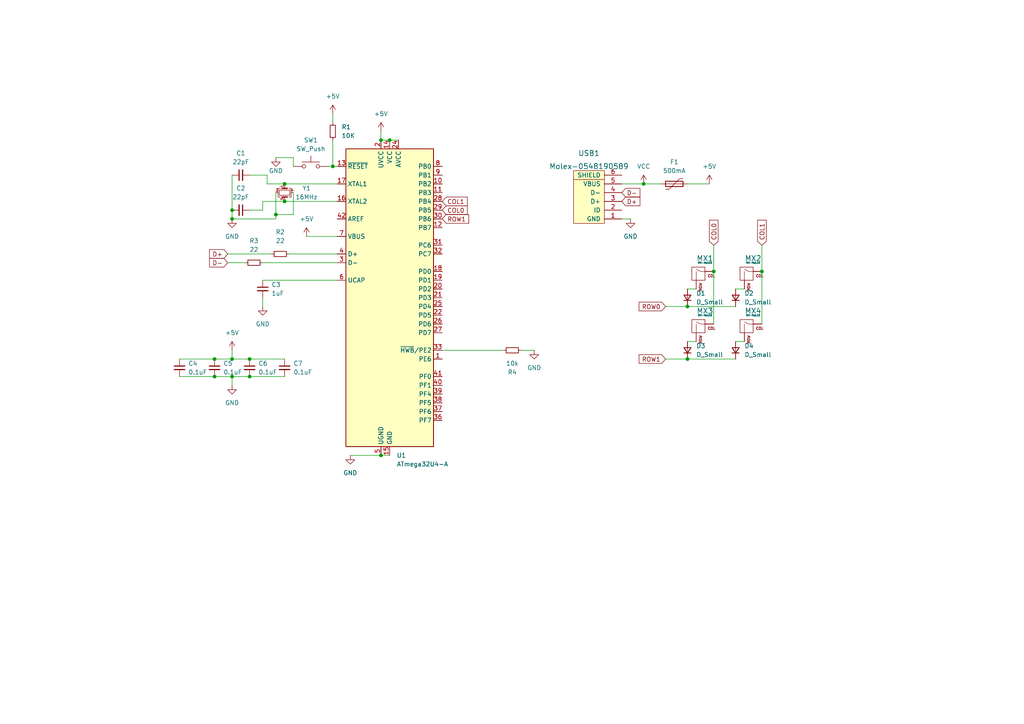
<source format=kicad_sch>
(kicad_sch (version 20211123) (generator eeschema)
  (paper "A4")
  (lib_symbols
    (symbol "Device:C_Small" (pin_numbers hide) (pin_names (offset 0.254) hide)
      (property "Reference" "C" (at 0.254 1.778 0))
      (property "Value" "C_Small" (at 0.254 -2.032 0))
      (symbol "C_Small_0_1"
        (polyline (pts (xy -1.524 -0.508) (xy 1.524 -0.508)) (stroke (width 0.3302)))
        (polyline (pts (xy -1.524 0.508) (xy 1.524 0.508)) (stroke (width 0.3048)))
      )
      (symbol "C_Small_1_1"
        (pin passive line (at 0 2.54 270) (length 2.032) (name "~") (number "1"))
        (pin passive line (at 0 -2.54 90) (length 2.032) (name "~") (number "2"))
      )
    )
    (symbol "Device:Crystal_GND24_Small" (pin_names (offset 1.016) hide)
      (property "Reference" "Y" (at 1.27 4.445 0))
      (property "Value" "Crystal_GND24_Small" (at 1.27 2.54 0))
      (symbol "Crystal_GND24_Small_0_1"
        (rectangle (start -0.762 -1.524) (end 0.762 1.524))
        (polyline (pts (xy -1.27 -0.762) (xy -1.27 0.762)) (stroke (width 0.381)))
        (polyline (pts (xy 1.27 -0.762) (xy 1.27 0.762)) (stroke (width 0.381)))
        (polyline (pts (xy -1.27 -1.27) (xy -1.27 -1.905) (xy 1.27 -1.905) (xy 1.27 -1.27)))
        (polyline (pts (xy -1.27 1.27) (xy -1.27 1.905) (xy 1.27 1.905) (xy 1.27 1.27)))
      )
      (symbol "Crystal_GND24_Small_1_1"
        (pin passive line (at -2.54 0 0) (length 1.27) (name "1") (number "1"))
        (pin passive line (at 0 -2.54 90) (length 0.635) (name "2") (number "2"))
        (pin passive line (at 2.54 0 180) (length 1.27) (name "3") (number "3"))
        (pin passive line (at 0 2.54 270) (length 0.635) (name "4") (number "4"))
      )
    )
    (symbol "Device:D_Small" (pin_numbers hide) (pin_names (offset 0.254) hide)
      (property "Reference" "D" (at -1.27 2.032 0))
      (property "Value" "D_Small" (at -3.81 -2.032 0))
      (symbol "D_Small_0_1"
        (polyline (pts (xy -0.762 -1.016) (xy -0.762 1.016)) (stroke (width 0.254)))
        (polyline (pts (xy -0.762 0) (xy 0.762 0)))
        (polyline (pts (xy 0.762 -1.016) (xy -0.762 0) (xy 0.762 1.016) (xy 0.762 -1.016)) (stroke (width 0.254)))
      )
      (symbol "D_Small_1_1"
        (pin passive line (at -2.54 0 0) (length 1.778) (name "K") (number "1"))
        (pin passive line (at 2.54 0 180) (length 1.778) (name "A") (number "2"))
      )
    )
    (symbol "Device:Polyfuse" (pin_numbers hide) (pin_names (offset 0))
      (property "Reference" "F" (at -2.54 0 90))
      (property "Value" "Polyfuse" (at 2.54 0 90))
      (symbol "Polyfuse_0_1"
        (rectangle (start -0.762 2.54) (end 0.762 -2.54) (stroke (width 0.254)))
        (polyline (pts (xy 0 2.54) (xy 0 -2.54)))
        (polyline (pts (xy -1.524 2.54) (xy -1.524 1.524) (xy 1.524 -1.524) (xy 1.524 -2.54)))
      )
      (symbol "Polyfuse_1_1"
        (pin passive line (at 0 3.81 270) (length 1.27) (name "~") (number "1"))
        (pin passive line (at 0 -3.81 90) (length 1.27) (name "~") (number "2"))
      )
    )
    (symbol "Device:R_Small" (pin_numbers hide) (pin_names (offset 0.254) hide)
      (property "Reference" "R" (at 0.762 0.508 0))
      (property "Value" "R_Small" (at 0.762 -1.016 0))
      (symbol "R_Small_0_1"
        (rectangle (start -0.762 1.778) (end 0.762 -1.778) (stroke (width 0.2032)))
      )
      (symbol "R_Small_1_1"
        (pin passive line (at 0 2.54 270) (length 0.762) (name "~") (number "1"))
        (pin passive line (at 0 -2.54 90) (length 0.762) (name "~") (number "2"))
      )
    )
    (symbol "MCU_Microchip_ATmega:ATmega32U4-A"
      (property "Reference" "U" (at -12.7 44.45 0))
      (property "Value" "ATmega32U4-A" (at 2.54 -44.45 0))
      (symbol "ATmega32U4-A_0_1"
        (rectangle (start -12.7 -43.18) (end 12.7 43.18) (stroke (width 0.254)) (fill (type background)))
      )
      (symbol "ATmega32U4-A_1_1"
        (pin bidirectional line (at 15.24 -17.78 180) (length 2.54) (name "PE6") (number "1"))
        (pin bidirectional line (at 15.24 33.02 180) (length 2.54) (name "PB2") (number "10"))
        (pin bidirectional line (at 15.24 30.48 180) (length 2.54) (name "PB3") (number "11"))
        (pin bidirectional line (at 15.24 20.32 180) (length 2.54) (name "PB7") (number "12"))
        (pin input line (at -15.24 38.1 0) (length 2.54) (name "~{RESET}") (number "13"))
        (pin power_in line (at 0 45.72 270) (length 2.54) (name "VCC") (number "14"))
        (pin power_in line (at 0 -45.72 90) (length 2.54) (name "GND") (number "15"))
        (pin output line (at -15.24 27.94 0) (length 2.54) (name "XTAL2") (number "16"))
        (pin input line (at -15.24 33.02 0) (length 2.54) (name "XTAL1") (number "17"))
        (pin bidirectional line (at 15.24 7.62 180) (length 2.54) (name "PD0") (number "18"))
        (pin bidirectional line (at 15.24 5.08 180) (length 2.54) (name "PD1") (number "19"))
        (pin power_in line (at -2.54 45.72 270) (length 2.54) (name "UVCC") (number "2"))
        (pin bidirectional line (at 15.24 2.54 180) (length 2.54) (name "PD2") (number "20"))
        (pin bidirectional line (at 15.24 0 180) (length 2.54) (name "PD3") (number "21"))
        (pin bidirectional line (at 15.24 -5.08 180) (length 2.54) (name "PD5") (number "22"))
        (pin passive line (at 0 -45.72 90) (length 2.54) hide (name "GND") (number "23"))
        (pin power_in line (at 2.54 45.72 270) (length 2.54) (name "AVCC") (number "24"))
        (pin bidirectional line (at 15.24 -2.54 180) (length 2.54) (name "PD4") (number "25"))
        (pin bidirectional line (at 15.24 -7.62 180) (length 2.54) (name "PD6") (number "26"))
        (pin bidirectional line (at 15.24 -10.16 180) (length 2.54) (name "PD7") (number "27"))
        (pin bidirectional line (at 15.24 27.94 180) (length 2.54) (name "PB4") (number "28"))
        (pin bidirectional line (at 15.24 25.4 180) (length 2.54) (name "PB5") (number "29"))
        (pin bidirectional line (at -15.24 10.16 0) (length 2.54) (name "D-") (number "3"))
        (pin bidirectional line (at 15.24 22.86 180) (length 2.54) (name "PB6") (number "30"))
        (pin bidirectional line (at 15.24 15.24 180) (length 2.54) (name "PC6") (number "31"))
        (pin bidirectional line (at 15.24 12.7 180) (length 2.54) (name "PC7") (number "32"))
        (pin bidirectional line (at 15.24 -15.24 180) (length 2.54) (name "~{HWB}/PE2") (number "33"))
        (pin passive line (at 0 45.72 270) (length 2.54) hide (name "VCC") (number "34"))
        (pin passive line (at 0 -45.72 90) (length 2.54) hide (name "GND") (number "35"))
        (pin bidirectional line (at 15.24 -35.56 180) (length 2.54) (name "PF7") (number "36"))
        (pin bidirectional line (at 15.24 -33.02 180) (length 2.54) (name "PF6") (number "37"))
        (pin bidirectional line (at 15.24 -30.48 180) (length 2.54) (name "PF5") (number "38"))
        (pin bidirectional line (at 15.24 -27.94 180) (length 2.54) (name "PF4") (number "39"))
        (pin bidirectional line (at -15.24 12.7 0) (length 2.54) (name "D+") (number "4"))
        (pin bidirectional line (at 15.24 -25.4 180) (length 2.54) (name "PF1") (number "40"))
        (pin bidirectional line (at 15.24 -22.86 180) (length 2.54) (name "PF0") (number "41"))
        (pin passive line (at -15.24 22.86 0) (length 2.54) (name "AREF") (number "42"))
        (pin passive line (at 0 -45.72 90) (length 2.54) hide (name "GND") (number "43"))
        (pin passive line (at 2.54 45.72 270) (length 2.54) hide (name "AVCC") (number "44"))
        (pin passive line (at -2.54 -45.72 90) (length 2.54) (name "UGND") (number "5"))
        (pin passive line (at -15.24 5.08 0) (length 2.54) (name "UCAP") (number "6"))
        (pin input line (at -15.24 17.78 0) (length 2.54) (name "VBUS") (number "7"))
        (pin bidirectional line (at 15.24 38.1 180) (length 2.54) (name "PB0") (number "8"))
        (pin bidirectional line (at 15.24 35.56 180) (length 2.54) (name "PB1") (number "9"))
      )
    )
    (symbol "MX_Alps_Hybrid:MX-NoLED" (pin_names (offset 1.016))
      (property "Reference" "MX" (at -0.635 3.81 0))
      (property "Value" "MX-NoLED" (at -0.635 1.27 0))
      (symbol "MX-NoLED_0_0"
        (rectangle (start -2.54 2.54) (end 1.27 -1.27))
        (polyline (pts (xy -1.27 -1.27) (xy -1.27 1.27)) (stroke (width 0.127)))
        (polyline (pts (xy 1.27 1.27) (xy 0 1.27) (xy -1.27 1.905)) (stroke (width 0.127)))
        (text "COL" (at 3.175 0 0) (effects (font (size 0.762 0.762))))
        (text "ROW" (at 0 -1.905 900) (effects (font (size 0.762 0.762)) (justify right)))
      )
      (symbol "MX-NoLED_1_1"
        (pin passive line (at 3.81 1.27 180) (length 2.54) (name "COL") (number "1"))
        (pin passive line (at -1.27 -3.81 90) (length 2.54) (name "ROW") (number "2"))
      )
    )
    (symbol "Switch:SW_Push" (pin_numbers hide) (pin_names (offset 1.016) hide)
      (property "Reference" "SW" (at 1.27 2.54 0))
      (property "Value" "SW_Push" (at 0 -1.524 0))
      (symbol "SW_Push_0_1"
        (circle (center -2.032 0) (radius 0.508))
        (polyline (pts (xy 0 1.27) (xy 0 3.048)))
        (polyline (pts (xy 2.54 1.27) (xy -2.54 1.27)))
        (circle (center 2.032 0) (radius 0.508))
        (pin passive line (at -5.08 0 0) (length 2.54) (name "1") (number "1"))
        (pin passive line (at 5.08 0 180) (length 2.54) (name "2") (number "2"))
      )
    )
    (symbol "power:+5V" (power) (pin_names (offset 0))
      (property "Value" "+5V" (at 0 3.556 0))
      (symbol "+5V_0_1"
        (polyline (pts (xy -0.762 1.27) (xy 0 2.54)))
        (polyline (pts (xy 0 0) (xy 0 2.54)))
        (polyline (pts (xy 0 2.54) (xy 0.762 1.27)))
      )
      (symbol "+5V_1_1"
        (pin power_in line (at 0 0 90) (length 0) hide (name "+5V") (number "1"))
      )
    )
    (symbol "power:GND" (power) (pin_names (offset 0))
      (property "Value" "GND" (at 0 -3.81 0))
      (symbol "GND_0_1"
        (polyline (pts (xy 0 0) (xy 0 -1.27) (xy 1.27 -1.27) (xy 0 -2.54) (xy -1.27 -1.27) (xy 0 -1.27)))
      )
      (symbol "GND_1_1"
        (pin power_in line (at 0 0 270) (length 0) hide (name "GND") (number "1"))
      )
    )
    (symbol "power:VCC" (power) (pin_names (offset 0))
      (property "Value" "VCC" (at 0 3.81 0))
      (symbol "VCC_0_1"
        (polyline (pts (xy -0.762 1.27) (xy 0 2.54)))
        (polyline (pts (xy 0 0) (xy 0 2.54)))
        (polyline (pts (xy 0 2.54) (xy 0.762 1.27)))
      )
      (symbol "VCC_1_1"
        (pin power_in line (at 0 0 90) (length 0) hide (name "VCC") (number "1"))
      )
    )
    (symbol "random-keyboard-parts:Molex-0548190589" (pin_names (offset 1.016))
      (property "Reference" "USB" (at 0 7.62 0))
      (property "Value" "Molex-0548190589" (at 0 10.16 0))
      (symbol "Molex-0548190589_0_0"
        (polyline (pts (xy 6.35 -2.54) (xy 6.35 6.35)))
        (rectangle (start 8.89 -2.54) (end -6.35 6.35) (fill (type background)))
      )
      (symbol "Molex-0548190589_1_1"
        (pin input line (at -5.08 -7.62 90) (length 5.08) (name "GND") (number "1"))
        (pin input line (at -2.54 -7.62 90) (length 5.08) (name "ID") (number "2"))
        (pin input line (at 0 -7.62 90) (length 5.08) (name "D+") (number "3"))
        (pin input line (at 2.54 -7.62 90) (length 5.08) (name "D-") (number "4"))
        (pin input line (at 5.08 -7.62 90) (length 5.08) (name "VBUS") (number "5"))
        (pin input line (at 7.62 -7.62 90) (length 5.08) (name "SHIELD") (number "6"))
      )
    )
  )
  (junction (at 207.01 78.74))
  (junction (at 186.69 53.34))
  (junction (at 67.31 109.22))
  (junction (at 220.98 78.74))
  (junction (at 96.52 48.26))
  (junction (at 67.31 60.96))
  (junction (at 72.39 109.22))
  (junction (at 67.31 104.14))
  (junction (at 67.31 63.5))
  (junction (at 110.49 132.08))
  (junction (at 110.49 40.64))
  (junction (at 82.55 58.42))
  (junction (at 80.01 62.23))
  (junction (at 199.39 88.9))
  (junction (at 82.55 53.34))
  (junction (at 113.03 40.64))
  (junction (at 62.23 104.14))
  (junction (at 199.39 104.14))
  (junction (at 62.23 109.22))
  (junction (at 72.39 104.14))
  (wire (pts (xy 76.2 86.36) (xy 76.2 88.9)))
  (wire (pts (xy 62.23 109.22) (xy 67.31 109.22)))
  (wire (pts (xy 77.47 53.34) (xy 82.55 53.34)))
  (wire (pts (xy 72.39 109.22) (xy 82.55 109.22)))
  (wire (pts (xy 72.39 104.14) (xy 82.55 104.14)))
  (wire (pts (xy 67.31 50.8) (xy 67.31 60.96)))
  (wire (pts (xy 85.09 48.26) (xy 85.09 45.72)))
  (wire (pts (xy 199.39 53.34) (xy 205.74 53.34)))
  (wire (pts (xy 199.39 88.9) (xy 213.36 88.9)))
  (wire (pts (xy 110.49 40.64) (xy 113.03 40.64)))
  (wire (pts (xy 199.39 104.14) (xy 213.36 104.14)))
  (wire (pts (xy 220.98 71.12) (xy 220.98 78.74)))
  (wire (pts (xy 110.49 132.08) (xy 113.03 132.08)))
  (wire (pts (xy 76.2 81.28) (xy 97.79 81.28)))
  (wire (pts (xy 76.2 76.2) (xy 97.79 76.2)))
  (wire (pts (xy 88.9 68.58) (xy 97.79 68.58)))
  (wire (pts (xy 82.55 58.42) (xy 76.2 58.42)))
  (wire (pts (xy 193.04 88.9) (xy 199.39 88.9)))
  (wire (pts (xy 77.47 50.8) (xy 77.47 53.34)))
  (wire (pts (xy 96.52 48.26) (xy 97.79 48.26)))
  (wire (pts (xy 101.6 132.08) (xy 110.49 132.08)))
  (wire (pts (xy 186.69 53.34) (xy 191.77 53.34)))
  (wire (pts (xy 95.25 48.26) (xy 96.52 48.26)))
  (wire (pts (xy 220.98 78.74) (xy 220.98 93.98)))
  (wire (pts (xy 66.04 76.2) (xy 71.12 76.2)))
  (wire (pts (xy 67.31 63.5) (xy 67.31 60.96)))
  (wire (pts (xy 80.01 62.23) (xy 80.01 63.5)))
  (wire (pts (xy 113.03 40.64) (xy 115.57 40.64)))
  (wire (pts (xy 128.27 101.6) (xy 146.05 101.6)))
  (wire (pts (xy 151.13 101.6) (xy 154.94 101.6)))
  (wire (pts (xy 67.31 109.22) (xy 67.31 111.76)))
  (wire (pts (xy 96.52 40.64) (xy 96.52 48.26)))
  (wire (pts (xy 207.01 78.74) (xy 207.01 93.98)))
  (wire (pts (xy 72.39 60.96) (xy 76.2 60.96)))
  (wire (pts (xy 180.34 53.34) (xy 186.69 53.34)))
  (wire (pts (xy 67.31 109.22) (xy 72.39 109.22)))
  (wire (pts (xy 66.04 73.66) (xy 78.74 73.66)))
  (wire (pts (xy 67.31 104.14) (xy 72.39 104.14)))
  (wire (pts (xy 76.2 58.42) (xy 76.2 60.96)))
  (wire (pts (xy 67.31 101.6) (xy 67.31 104.14)))
  (wire (pts (xy 52.07 104.14) (xy 62.23 104.14)))
  (wire (pts (xy 82.55 58.42) (xy 97.79 58.42)))
  (wire (pts (xy 80.01 55.88) (xy 80.01 62.23)))
  (wire (pts (xy 62.23 104.14) (xy 67.31 104.14)))
  (wire (pts (xy 213.36 83.82) (xy 215.9 83.82)))
  (wire (pts (xy 96.52 33.02) (xy 96.52 35.56)))
  (wire (pts (xy 199.39 99.06) (xy 201.93 99.06)))
  (wire (pts (xy 180.34 63.5) (xy 182.88 63.5)))
  (wire (pts (xy 72.39 50.8) (xy 77.47 50.8)))
  (wire (pts (xy 82.55 53.34) (xy 97.79 53.34)))
  (wire (pts (xy 85.09 55.88) (xy 85.09 62.23)))
  (wire (pts (xy 193.04 104.14) (xy 199.39 104.14)))
  (wire (pts (xy 80.01 62.23) (xy 85.09 62.23)))
  (wire (pts (xy 213.36 99.06) (xy 215.9 99.06)))
  (wire (pts (xy 52.07 109.22) (xy 62.23 109.22)))
  (wire (pts (xy 97.79 73.66) (xy 83.82 73.66)))
  (wire (pts (xy 110.49 38.1) (xy 110.49 40.64)))
  (wire (pts (xy 199.39 83.82) (xy 201.93 83.82)))
  (wire (pts (xy 80.01 45.72) (xy 85.09 45.72)))
  (wire (pts (xy 207.01 71.12) (xy 207.01 78.74)))
  (wire (pts (xy 67.31 63.5) (xy 80.01 63.5)))
  (global_label "ROW1" (shape input) (at 193.04 104.14 180) (property "Intersheet References" "${INTERSHEET_REFS}" (effects hide)))
  (global_label "D-" (shape input) (at 180.34 55.88 0) (property "Intersheet References" "${INTERSHEET_REFS}" (effects hide)))
  (global_label "COL0" (shape input) (at 207.01 71.12 90) (property "Intersheet References" "${INTERSHEET_REFS}" (effects hide)))
  (global_label "D+" (shape input) (at 180.34 58.42 0) (property "Intersheet References" "${INTERSHEET_REFS}" (effects hide)))
  (global_label "D-" (shape input) (at 66.04 76.2 180) (property "Intersheet References" "${INTERSHEET_REFS}" (effects hide)))
  (global_label "COL0" (shape input) (at 128.27 60.96 0) (property "Intersheet References" "${INTERSHEET_REFS}" (effects hide)))
  (global_label "D+" (shape input) (at 66.04 73.66 180) (property "Intersheet References" "${INTERSHEET_REFS}" (effects hide)))
  (global_label "ROW1" (shape input) (at 128.27 63.5 0) (property "Intersheet References" "${INTERSHEET_REFS}" (effects hide)))
  (global_label "COL1" (shape input) (at 128.27 58.42 0) (property "Intersheet References" "${INTERSHEET_REFS}" (effects hide)))
  (global_label "COL1" (shape input) (at 220.98 71.12 90) (property "Intersheet References" "${INTERSHEET_REFS}" (effects hide)))
  (global_label "ROW0" (shape input) (at 193.04 88.9 180) (property "Intersheet References" "${INTERSHEET_REFS}" (effects hide)))
  (symbol (lib_id "power:GND") (at 80.01 45.72 0) (unit 1)
    (property "Reference" "#PWR0104" (effects hide))
    (property "Value" "GND" (at 80.01 49.53 0))
  )
  (symbol (lib_id "Device:R_Small") (at 81.28 73.66 90) (unit 1)
    (property "Reference" "R2" (at 81.28 67.31 90))
    (property "Value" "22" (at 81.28 69.85 90))
    (property "Footprint" "Resistor_SMD:R_0805_2012Metric" (effects hide))
  )
  (symbol (lib_id "Device:C_Small") (at 72.39 106.68 0) (unit 1)
    (property "Reference" "C6" (at 74.93 105.4162 0) (effects (justify left)))
    (property "Value" "0.1uF" (at 74.93 107.9562 0) (effects (justify left)))
    (property "Footprint" "Capacitor_SMD:C_0805_2012Metric" (effects hide))
  )
  (symbol (lib_id "Device:C_Small") (at 52.07 106.68 0) (unit 1)
    (property "Reference" "C4" (at 54.61 105.4162 0) (effects (justify left)))
    (property "Value" "0.1uF" (at 54.61 107.9562 0) (effects (justify left)))
    (property "Footprint" "Capacitor_SMD:C_0805_2012Metric" (effects hide))
  )
  (symbol (lib_id "power:+5V") (at 88.9 68.58 0) (unit 1)
    (property "Reference" "#PWR0107" (effects hide))
    (property "Value" "+5V" (at 88.9 63.5 0))
  )
  (symbol (lib_id "random-keyboard-parts:Molex-0548190589") (at 172.72 58.42 90) (unit 1)
    (property "Reference" "USB1" (at 170.815 44.45 90) (effects (font (size 1.524 1.524))))
    (property "Value" "Molex-0548190589" (at 170.815 48.26 90) (effects (font (size 1.524 1.524))))
    (property "Footprint" "random-keyboard-parts:Molex-0548190589" (effects hide))
  )
  (symbol (lib_id "Device:R_Small") (at 73.66 76.2 90) (unit 1)
    (property "Reference" "R3" (at 73.66 69.85 90))
    (property "Value" "22" (at 73.66 72.39 90))
    (property "Footprint" "Resistor_SMD:R_0805_2012Metric" (effects hide))
  )
  (symbol (lib_id "power:VCC") (at 186.69 53.34 0) (unit 1)
    (property "Reference" "#PWR0111" (effects hide))
    (property "Value" "VCC" (at 186.69 48.26 0))
  )
  (symbol (lib_id "power:GND") (at 67.31 63.5 0) (unit 1)
    (property "Reference" "#PWR0103" (effects hide))
    (property "Value" "GND" (at 67.31 68.58 0))
  )
  (symbol (lib_id "power:+5V") (at 96.52 33.02 0) (unit 1)
    (property "Reference" "#PWR0110" (effects hide))
    (property "Value" "+5V" (at 96.52 27.94 0))
  )
  (symbol (lib_id "MX_Alps_Hybrid:MX-NoLED") (at 203.2 95.25 0) (unit 1)
    (property "Reference" "MX3" (at 204.47 90.17 0) (effects (font (size 1.524 1.524))))
    (property "Value" "MX-NoLED" (at 204.47 91.44 0) (effects (font (size 0.508 0.508))))
    (property "Footprint" "MX_Alps_Hybrid:MX-1U-NoLED" (effects hide))
  )
  (symbol (lib_id "power:GND") (at 67.31 111.76 0) (unit 1)
    (property "Reference" "#PWR0101" (effects hide))
    (property "Value" "GND" (at 67.31 116.84 0))
  )
  (symbol (lib_id "power:GND") (at 76.2 88.9 0) (unit 1)
    (property "Reference" "#PWR0105" (effects hide))
    (property "Value" "GND" (at 76.2 93.98 0))
  )
  (symbol (lib_id "power:+5V") (at 205.74 53.34 0) (unit 1)
    (property "Reference" "#PWR0113" (effects hide))
    (property "Value" "+5V" (at 205.74 48.26 0))
  )
  (symbol (lib_id "Device:D_Small") (at 199.39 101.6 90) (unit 1)
    (property "Reference" "D3" (at 201.93 100.3299 90) (effects (justify right)))
    (property "Value" "D_Small" (at 201.93 102.8699 90) (effects (justify right)))
    (property "Footprint" "Diode_SMD:D_0805_2012Metric" (effects hide))
  )
  (symbol (lib_id "Device:Crystal_GND24_Small") (at 82.55 55.88 270) (unit 1)
    (property "Reference" "Y1" (at 88.9 54.61 90))
    (property "Value" "16MHz" (at 88.9 57.15 90))
    (property "Footprint" "Package_QFP:TQFP-44_10x10mm_P0.8mm" (effects hide))
  )
  (symbol (lib_id "MX_Alps_Hybrid:MX-NoLED") (at 203.2 80.01 0) (unit 1)
    (property "Reference" "MX1" (at 204.47 74.93 0) (effects (font (size 1.524 1.524))))
    (property "Value" "MX-NoLED" (at 204.47 76.2 0) (effects (font (size 0.508 0.508))))
    (property "Footprint" "MX_Alps_Hybrid:MX-1U-NoLED" (effects hide))
  )
  (symbol (lib_id "MCU_Microchip_ATmega:ATmega32U4-A") (at 113.03 86.36 0) (unit 1)
    (property "Reference" "U1" (at 115.0494 132.08 0) (effects (justify left)))
    (property "Value" "ATmega32U4-A" (at 115.0494 134.62 0) (effects (justify left)))
    (property "Footprint" "Package_QFP:TQFP-44_10x10mm_P0.8mm" (effects hide))
    (property "Datasheet" "http://ww1.microchip.com/downloads/en/DeviceDoc/Atmel-7766-8-bit-AVR-ATmega16U4-32U4_Datasheet.pdf" (effects hide))
  )
  (symbol (lib_id "MX_Alps_Hybrid:MX-NoLED") (at 217.17 95.25 0) (unit 1)
    (property "Reference" "MX4" (at 218.44 90.17 0) (effects (font (size 1.524 1.524))))
    (property "Value" "MX-NoLED" (at 218.44 91.44 0) (effects (font (size 0.508 0.508))))
    (property "Footprint" "MX_Alps_Hybrid:MX-1U-NoLED" (effects hide))
  )
  (symbol (lib_id "Device:C_Small") (at 69.85 50.8 90) (unit 1)
    (property "Reference" "C1" (at 69.8563 44.45 90))
    (property "Value" "22pF" (at 69.8563 46.99 90))
    (property "Footprint" "Capacitor_SMD:C_0805_2012Metric" (effects hide))
  )
  (symbol (lib_id "Device:D_Small") (at 213.36 86.36 90) (unit 1)
    (property "Reference" "D2" (at 215.9 85.0899 90) (effects (justify right)))
    (property "Value" "D_Small" (at 215.9 87.6299 90) (effects (justify right)))
    (property "Footprint" "Diode_SMD:D_0805_2012Metric" (effects hide))
  )
  (symbol (lib_id "Device:C_Small") (at 69.85 60.96 270) (unit 1)
    (property "Reference" "C2" (at 69.8436 54.61 90))
    (property "Value" "22pF" (at 69.8436 57.15 90))
    (property "Footprint" "Capacitor_SMD:C_0805_2012Metric" (effects hide))
  )
  (symbol (lib_id "Device:R_Small") (at 96.52 38.1 0) (unit 1)
    (property "Reference" "R1" (at 99.06 36.8299 0) (effects (justify left)))
    (property "Value" "10K" (at 99.06 39.3699 0) (effects (justify left)))
    (property "Footprint" "Resistor_SMD:R_0805_2012Metric" (effects hide))
  )
  (symbol (lib_id "power:GND") (at 154.94 101.6 0) (unit 1)
    (property "Reference" "#PWR0108" (effects hide))
    (property "Value" "GND" (at 154.94 106.68 0))
  )
  (symbol (lib_id "Device:R_Small") (at 148.59 101.6 270) (unit 1)
    (property "Reference" "R4" (at 148.59 107.95 90))
    (property "Value" "10k" (at 148.59 105.41 90))
    (property "Footprint" "Resistor_SMD:R_0805_2012Metric" (effects hide))
  )
  (symbol (lib_id "Device:C_Small") (at 82.55 106.68 0) (unit 1)
    (property "Reference" "C7" (at 85.09 105.4162 0) (effects (justify left)))
    (property "Value" "0.1uF" (at 85.09 107.9562 0) (effects (justify left)))
    (property "Footprint" "Capacitor_SMD:C_0805_2012Metric" (effects hide))
  )
  (symbol (lib_id "Device:C_Small") (at 76.2 83.82 0) (unit 1)
    (property "Reference" "C3" (at 78.74 82.5562 0) (effects (justify left)))
    (property "Value" "1uF" (at 78.74 85.0962 0) (effects (justify left)))
    (property "Footprint" "Capacitor_SMD:C_0805_2012Metric" (effects hide))
  )
  (symbol (lib_id "Device:Polyfuse") (at 195.58 53.34 90) (unit 1)
    (property "Reference" "F1" (at 195.58 46.99 90))
    (property "Value" "500mA" (at 195.58 49.53 90))
    (property "Footprint" "Fuse:Fuse_1206_3216Metric" (effects hide))
  )
  (symbol (lib_id "Device:D_Small") (at 213.36 101.6 90) (unit 1)
    (property "Reference" "D4" (at 215.9 100.3299 90) (effects (justify right)))
    (property "Value" "D_Small" (at 215.9 102.8699 90) (effects (justify right)))
    (property "Footprint" "Diode_SMD:D_0805_2012Metric" (effects hide))
  )
  (symbol (lib_id "Device:D_Small") (at 199.39 86.36 90) (unit 1)
    (property "Reference" "D1" (at 201.93 85.0899 90) (effects (justify right)))
    (property "Value" "D_Small" (at 201.93 87.6299 90) (effects (justify right)))
    (property "Footprint" "Diode_SMD:D_0805_2012Metric" (effects hide))
  )
  (symbol (lib_id "Device:C_Small") (at 62.23 106.68 0) (unit 1)
    (property "Reference" "C5" (at 64.77 105.4162 0) (effects (justify left)))
    (property "Value" "0.1uF" (at 64.77 107.9562 0) (effects (justify left)))
    (property "Footprint" "Capacitor_SMD:C_0805_2012Metric" (effects hide))
  )
  (symbol (lib_id "power:+5V") (at 110.49 38.1 0) (unit 1)
    (property "Reference" "#PWR0109" (effects hide))
    (property "Value" "+5V" (at 110.49 33.02 0))
  )
  (symbol (lib_id "power:+5V") (at 67.31 101.6 0) (unit 1)
    (property "Reference" "#PWR0102" (effects hide))
    (property "Value" "+5V" (at 67.31 96.52 0))
  )
  (symbol (lib_id "power:GND") (at 182.88 63.5 0) (unit 1)
    (property "Reference" "#PWR0112" (effects hide))
    (property "Value" "GND" (at 182.88 68.58 0))
  )
  (symbol (lib_id "MX_Alps_Hybrid:MX-NoLED") (at 217.17 80.01 0) (unit 1)
    (property "Reference" "MX2" (at 218.44 74.93 0) (effects (font (size 1.524 1.524))))
    (property "Value" "MX-NoLED" (at 218.44 76.2 0) (effects (font (size 0.508 0.508))))
    (property "Footprint" "MX_Alps_Hybrid:MX-1U-NoLED" (effects hide))
  )
  (symbol (lib_id "power:GND") (at 101.6 132.08 0) (unit 1)
    (property "Reference" "#PWR0106" (effects hide))
    (property "Value" "GND" (at 101.6 137.16 0))
  )
  (symbol (lib_id "Switch:SW_Push") (at 90.17 48.26 0) (unit 1)
    (property "Reference" "SW1" (at 90.17 40.64 0))
    (property "Value" "SW_Push" (at 90.17 43.18 0))
    (property "Footprint" "random-keyboard-parts:SKQG-1155865" (effects hide))
  )
)
</source>
